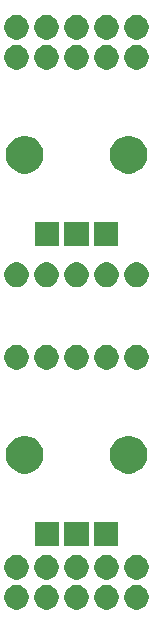
<source format=gbr>
G04 #@! TF.GenerationSoftware,KiCad,Pcbnew,(5.1.5)-3*
G04 #@! TF.CreationDate,2020-03-15T10:51:00-07:00*
G04 #@! TF.ProjectId,bbf-pots_v1,6262662d-706f-4747-935f-76312e6b6963,rev?*
G04 #@! TF.SameCoordinates,Original*
G04 #@! TF.FileFunction,Soldermask,Bot*
G04 #@! TF.FilePolarity,Negative*
%FSLAX46Y46*%
G04 Gerber Fmt 4.6, Leading zero omitted, Abs format (unit mm)*
G04 Created by KiCad (PCBNEW (5.1.5)-3) date 2020-03-15 10:51:00*
%MOMM*%
%LPD*%
G04 APERTURE LIST*
%ADD10C,0.100000*%
G04 APERTURE END LIST*
D10*
G36*
X148804865Y-128127220D02*
G01*
X148994388Y-128205723D01*
X149164954Y-128319692D01*
X149310008Y-128464746D01*
X149423977Y-128635312D01*
X149502480Y-128824835D01*
X149542500Y-129026031D01*
X149542500Y-129231169D01*
X149502480Y-129432365D01*
X149423977Y-129621888D01*
X149310008Y-129792454D01*
X149164954Y-129937508D01*
X148994388Y-130051477D01*
X148994387Y-130051478D01*
X148994386Y-130051478D01*
X148804865Y-130129980D01*
X148603670Y-130170000D01*
X148398530Y-130170000D01*
X148197335Y-130129980D01*
X148007814Y-130051478D01*
X148007813Y-130051478D01*
X148007812Y-130051477D01*
X147837246Y-129937508D01*
X147692192Y-129792454D01*
X147578223Y-129621888D01*
X147499720Y-129432365D01*
X147459700Y-129231169D01*
X147459700Y-129026031D01*
X147499720Y-128824835D01*
X147578223Y-128635312D01*
X147692192Y-128464746D01*
X147837246Y-128319692D01*
X148007812Y-128205723D01*
X148197335Y-128127220D01*
X148398530Y-128087200D01*
X148603670Y-128087200D01*
X148804865Y-128127220D01*
G37*
G36*
X146264865Y-128127220D02*
G01*
X146454388Y-128205723D01*
X146624954Y-128319692D01*
X146770008Y-128464746D01*
X146883977Y-128635312D01*
X146962480Y-128824835D01*
X147002500Y-129026031D01*
X147002500Y-129231169D01*
X146962480Y-129432365D01*
X146883977Y-129621888D01*
X146770008Y-129792454D01*
X146624954Y-129937508D01*
X146454388Y-130051477D01*
X146454387Y-130051478D01*
X146454386Y-130051478D01*
X146264865Y-130129980D01*
X146063670Y-130170000D01*
X145858530Y-130170000D01*
X145657335Y-130129980D01*
X145467814Y-130051478D01*
X145467813Y-130051478D01*
X145467812Y-130051477D01*
X145297246Y-129937508D01*
X145152192Y-129792454D01*
X145038223Y-129621888D01*
X144959720Y-129432365D01*
X144919700Y-129231169D01*
X144919700Y-129026031D01*
X144959720Y-128824835D01*
X145038223Y-128635312D01*
X145152192Y-128464746D01*
X145297246Y-128319692D01*
X145467812Y-128205723D01*
X145657335Y-128127220D01*
X145858530Y-128087200D01*
X146063670Y-128087200D01*
X146264865Y-128127220D01*
G37*
G36*
X143724865Y-128127220D02*
G01*
X143914388Y-128205723D01*
X144084954Y-128319692D01*
X144230008Y-128464746D01*
X144343977Y-128635312D01*
X144422480Y-128824835D01*
X144462500Y-129026031D01*
X144462500Y-129231169D01*
X144422480Y-129432365D01*
X144343977Y-129621888D01*
X144230008Y-129792454D01*
X144084954Y-129937508D01*
X143914388Y-130051477D01*
X143914387Y-130051478D01*
X143914386Y-130051478D01*
X143724865Y-130129980D01*
X143523670Y-130170000D01*
X143318530Y-130170000D01*
X143117335Y-130129980D01*
X142927814Y-130051478D01*
X142927813Y-130051478D01*
X142927812Y-130051477D01*
X142757246Y-129937508D01*
X142612192Y-129792454D01*
X142498223Y-129621888D01*
X142419720Y-129432365D01*
X142379700Y-129231169D01*
X142379700Y-129026031D01*
X142419720Y-128824835D01*
X142498223Y-128635312D01*
X142612192Y-128464746D01*
X142757246Y-128319692D01*
X142927812Y-128205723D01*
X143117335Y-128127220D01*
X143318530Y-128087200D01*
X143523670Y-128087200D01*
X143724865Y-128127220D01*
G37*
G36*
X153884865Y-128127220D02*
G01*
X154074388Y-128205723D01*
X154244954Y-128319692D01*
X154390008Y-128464746D01*
X154503977Y-128635312D01*
X154582480Y-128824835D01*
X154622500Y-129026031D01*
X154622500Y-129231169D01*
X154582480Y-129432365D01*
X154503977Y-129621888D01*
X154390008Y-129792454D01*
X154244954Y-129937508D01*
X154074388Y-130051477D01*
X154074387Y-130051478D01*
X154074386Y-130051478D01*
X153884865Y-130129980D01*
X153683670Y-130170000D01*
X153478530Y-130170000D01*
X153277335Y-130129980D01*
X153087814Y-130051478D01*
X153087813Y-130051478D01*
X153087812Y-130051477D01*
X152917246Y-129937508D01*
X152772192Y-129792454D01*
X152658223Y-129621888D01*
X152579720Y-129432365D01*
X152539700Y-129231169D01*
X152539700Y-129026031D01*
X152579720Y-128824835D01*
X152658223Y-128635312D01*
X152772192Y-128464746D01*
X152917246Y-128319692D01*
X153087812Y-128205723D01*
X153277335Y-128127220D01*
X153478530Y-128087200D01*
X153683670Y-128087200D01*
X153884865Y-128127220D01*
G37*
G36*
X151344865Y-128127220D02*
G01*
X151534388Y-128205723D01*
X151704954Y-128319692D01*
X151850008Y-128464746D01*
X151963977Y-128635312D01*
X152042480Y-128824835D01*
X152082500Y-129026031D01*
X152082500Y-129231169D01*
X152042480Y-129432365D01*
X151963977Y-129621888D01*
X151850008Y-129792454D01*
X151704954Y-129937508D01*
X151534388Y-130051477D01*
X151534387Y-130051478D01*
X151534386Y-130051478D01*
X151344865Y-130129980D01*
X151143670Y-130170000D01*
X150938530Y-130170000D01*
X150737335Y-130129980D01*
X150547814Y-130051478D01*
X150547813Y-130051478D01*
X150547812Y-130051477D01*
X150377246Y-129937508D01*
X150232192Y-129792454D01*
X150118223Y-129621888D01*
X150039720Y-129432365D01*
X149999700Y-129231169D01*
X149999700Y-129026031D01*
X150039720Y-128824835D01*
X150118223Y-128635312D01*
X150232192Y-128464746D01*
X150377246Y-128319692D01*
X150547812Y-128205723D01*
X150737335Y-128127220D01*
X150938530Y-128087200D01*
X151143670Y-128087200D01*
X151344865Y-128127220D01*
G37*
G36*
X153884865Y-125587220D02*
G01*
X154074388Y-125665723D01*
X154244954Y-125779692D01*
X154390008Y-125924746D01*
X154503977Y-126095312D01*
X154582480Y-126284835D01*
X154622500Y-126486031D01*
X154622500Y-126691169D01*
X154582480Y-126892365D01*
X154503977Y-127081888D01*
X154390008Y-127252454D01*
X154244954Y-127397508D01*
X154074388Y-127511477D01*
X154074387Y-127511478D01*
X154074386Y-127511478D01*
X153884865Y-127589980D01*
X153683670Y-127630000D01*
X153478530Y-127630000D01*
X153277335Y-127589980D01*
X153087814Y-127511478D01*
X153087813Y-127511478D01*
X153087812Y-127511477D01*
X152917246Y-127397508D01*
X152772192Y-127252454D01*
X152658223Y-127081888D01*
X152579720Y-126892365D01*
X152539700Y-126691169D01*
X152539700Y-126486031D01*
X152579720Y-126284835D01*
X152658223Y-126095312D01*
X152772192Y-125924746D01*
X152917246Y-125779692D01*
X153087812Y-125665723D01*
X153277335Y-125587220D01*
X153478530Y-125547200D01*
X153683670Y-125547200D01*
X153884865Y-125587220D01*
G37*
G36*
X151344865Y-125587220D02*
G01*
X151534388Y-125665723D01*
X151704954Y-125779692D01*
X151850008Y-125924746D01*
X151963977Y-126095312D01*
X152042480Y-126284835D01*
X152082500Y-126486031D01*
X152082500Y-126691169D01*
X152042480Y-126892365D01*
X151963977Y-127081888D01*
X151850008Y-127252454D01*
X151704954Y-127397508D01*
X151534388Y-127511477D01*
X151534387Y-127511478D01*
X151534386Y-127511478D01*
X151344865Y-127589980D01*
X151143670Y-127630000D01*
X150938530Y-127630000D01*
X150737335Y-127589980D01*
X150547814Y-127511478D01*
X150547813Y-127511478D01*
X150547812Y-127511477D01*
X150377246Y-127397508D01*
X150232192Y-127252454D01*
X150118223Y-127081888D01*
X150039720Y-126892365D01*
X149999700Y-126691169D01*
X149999700Y-126486031D01*
X150039720Y-126284835D01*
X150118223Y-126095312D01*
X150232192Y-125924746D01*
X150377246Y-125779692D01*
X150547812Y-125665723D01*
X150737335Y-125587220D01*
X150938530Y-125547200D01*
X151143670Y-125547200D01*
X151344865Y-125587220D01*
G37*
G36*
X148804865Y-125587220D02*
G01*
X148994388Y-125665723D01*
X149164954Y-125779692D01*
X149310008Y-125924746D01*
X149423977Y-126095312D01*
X149502480Y-126284835D01*
X149542500Y-126486031D01*
X149542500Y-126691169D01*
X149502480Y-126892365D01*
X149423977Y-127081888D01*
X149310008Y-127252454D01*
X149164954Y-127397508D01*
X148994388Y-127511477D01*
X148994387Y-127511478D01*
X148994386Y-127511478D01*
X148804865Y-127589980D01*
X148603670Y-127630000D01*
X148398530Y-127630000D01*
X148197335Y-127589980D01*
X148007814Y-127511478D01*
X148007813Y-127511478D01*
X148007812Y-127511477D01*
X147837246Y-127397508D01*
X147692192Y-127252454D01*
X147578223Y-127081888D01*
X147499720Y-126892365D01*
X147459700Y-126691169D01*
X147459700Y-126486031D01*
X147499720Y-126284835D01*
X147578223Y-126095312D01*
X147692192Y-125924746D01*
X147837246Y-125779692D01*
X148007812Y-125665723D01*
X148197335Y-125587220D01*
X148398530Y-125547200D01*
X148603670Y-125547200D01*
X148804865Y-125587220D01*
G37*
G36*
X146264865Y-125587220D02*
G01*
X146454388Y-125665723D01*
X146624954Y-125779692D01*
X146770008Y-125924746D01*
X146883977Y-126095312D01*
X146962480Y-126284835D01*
X147002500Y-126486031D01*
X147002500Y-126691169D01*
X146962480Y-126892365D01*
X146883977Y-127081888D01*
X146770008Y-127252454D01*
X146624954Y-127397508D01*
X146454388Y-127511477D01*
X146454387Y-127511478D01*
X146454386Y-127511478D01*
X146264865Y-127589980D01*
X146063670Y-127630000D01*
X145858530Y-127630000D01*
X145657335Y-127589980D01*
X145467814Y-127511478D01*
X145467813Y-127511478D01*
X145467812Y-127511477D01*
X145297246Y-127397508D01*
X145152192Y-127252454D01*
X145038223Y-127081888D01*
X144959720Y-126892365D01*
X144919700Y-126691169D01*
X144919700Y-126486031D01*
X144959720Y-126284835D01*
X145038223Y-126095312D01*
X145152192Y-125924746D01*
X145297246Y-125779692D01*
X145467812Y-125665723D01*
X145657335Y-125587220D01*
X145858530Y-125547200D01*
X146063670Y-125547200D01*
X146264865Y-125587220D01*
G37*
G36*
X143724865Y-125587220D02*
G01*
X143914388Y-125665723D01*
X144084954Y-125779692D01*
X144230008Y-125924746D01*
X144343977Y-126095312D01*
X144422480Y-126284835D01*
X144462500Y-126486031D01*
X144462500Y-126691169D01*
X144422480Y-126892365D01*
X144343977Y-127081888D01*
X144230008Y-127252454D01*
X144084954Y-127397508D01*
X143914388Y-127511477D01*
X143914387Y-127511478D01*
X143914386Y-127511478D01*
X143724865Y-127589980D01*
X143523670Y-127630000D01*
X143318530Y-127630000D01*
X143117335Y-127589980D01*
X142927814Y-127511478D01*
X142927813Y-127511478D01*
X142927812Y-127511477D01*
X142757246Y-127397508D01*
X142612192Y-127252454D01*
X142498223Y-127081888D01*
X142419720Y-126892365D01*
X142379700Y-126691169D01*
X142379700Y-126486031D01*
X142419720Y-126284835D01*
X142498223Y-126095312D01*
X142612192Y-125924746D01*
X142757246Y-125779692D01*
X142927812Y-125665723D01*
X143117335Y-125587220D01*
X143318530Y-125547200D01*
X143523670Y-125547200D01*
X143724865Y-125587220D01*
G37*
G36*
X149542500Y-124805000D02*
G01*
X147459700Y-124805000D01*
X147459700Y-122722200D01*
X149542500Y-122722200D01*
X149542500Y-124805000D01*
G37*
G36*
X147042500Y-124805000D02*
G01*
X144959700Y-124805000D01*
X144959700Y-122722200D01*
X147042500Y-122722200D01*
X147042500Y-124805000D01*
G37*
G36*
X152042500Y-124805000D02*
G01*
X149959700Y-124805000D01*
X149959700Y-122722200D01*
X152042500Y-122722200D01*
X152042500Y-124805000D01*
G37*
G36*
X144568268Y-115523548D02*
G01*
X144859740Y-115644280D01*
X144859742Y-115644281D01*
X145122060Y-115819556D01*
X145345144Y-116042640D01*
X145520420Y-116304960D01*
X145641152Y-116596432D01*
X145702700Y-116905855D01*
X145702700Y-117221345D01*
X145641152Y-117530768D01*
X145520420Y-117822240D01*
X145520419Y-117822242D01*
X145345144Y-118084560D01*
X145122060Y-118307644D01*
X144859742Y-118482919D01*
X144859741Y-118482920D01*
X144859740Y-118482920D01*
X144568268Y-118603652D01*
X144258845Y-118665200D01*
X143943355Y-118665200D01*
X143633932Y-118603652D01*
X143342460Y-118482920D01*
X143342459Y-118482920D01*
X143342458Y-118482919D01*
X143080140Y-118307644D01*
X142857056Y-118084560D01*
X142681781Y-117822242D01*
X142681780Y-117822240D01*
X142561048Y-117530768D01*
X142499500Y-117221345D01*
X142499500Y-116905855D01*
X142561048Y-116596432D01*
X142681780Y-116304960D01*
X142857056Y-116042640D01*
X143080140Y-115819556D01*
X143342458Y-115644281D01*
X143342460Y-115644280D01*
X143633932Y-115523548D01*
X143943355Y-115462000D01*
X144258845Y-115462000D01*
X144568268Y-115523548D01*
G37*
G36*
X153368268Y-115523548D02*
G01*
X153659740Y-115644280D01*
X153659742Y-115644281D01*
X153922060Y-115819556D01*
X154145144Y-116042640D01*
X154320420Y-116304960D01*
X154441152Y-116596432D01*
X154502700Y-116905855D01*
X154502700Y-117221345D01*
X154441152Y-117530768D01*
X154320420Y-117822240D01*
X154320419Y-117822242D01*
X154145144Y-118084560D01*
X153922060Y-118307644D01*
X153659742Y-118482919D01*
X153659741Y-118482920D01*
X153659740Y-118482920D01*
X153368268Y-118603652D01*
X153058845Y-118665200D01*
X152743355Y-118665200D01*
X152433932Y-118603652D01*
X152142460Y-118482920D01*
X152142459Y-118482920D01*
X152142458Y-118482919D01*
X151880140Y-118307644D01*
X151657056Y-118084560D01*
X151481781Y-117822242D01*
X151481780Y-117822240D01*
X151361048Y-117530768D01*
X151299500Y-117221345D01*
X151299500Y-116905855D01*
X151361048Y-116596432D01*
X151481780Y-116304960D01*
X151657056Y-116042640D01*
X151880140Y-115819556D01*
X152142458Y-115644281D01*
X152142460Y-115644280D01*
X152433932Y-115523548D01*
X152743355Y-115462000D01*
X153058845Y-115462000D01*
X153368268Y-115523548D01*
G37*
G36*
X143724865Y-107807220D02*
G01*
X143914388Y-107885723D01*
X144084954Y-107999692D01*
X144230008Y-108144746D01*
X144343977Y-108315312D01*
X144422480Y-108504835D01*
X144462500Y-108706031D01*
X144462500Y-108911169D01*
X144422480Y-109112365D01*
X144343977Y-109301888D01*
X144230008Y-109472454D01*
X144084954Y-109617508D01*
X143914388Y-109731477D01*
X143914387Y-109731478D01*
X143914386Y-109731478D01*
X143724865Y-109809980D01*
X143523670Y-109850000D01*
X143318530Y-109850000D01*
X143117335Y-109809980D01*
X142927814Y-109731478D01*
X142927813Y-109731478D01*
X142927812Y-109731477D01*
X142757246Y-109617508D01*
X142612192Y-109472454D01*
X142498223Y-109301888D01*
X142419720Y-109112365D01*
X142379700Y-108911169D01*
X142379700Y-108706031D01*
X142419720Y-108504835D01*
X142498223Y-108315312D01*
X142612192Y-108144746D01*
X142757246Y-107999692D01*
X142927812Y-107885723D01*
X143117335Y-107807220D01*
X143318530Y-107767200D01*
X143523670Y-107767200D01*
X143724865Y-107807220D01*
G37*
G36*
X153884865Y-107807220D02*
G01*
X154074388Y-107885723D01*
X154244954Y-107999692D01*
X154390008Y-108144746D01*
X154503977Y-108315312D01*
X154582480Y-108504835D01*
X154622500Y-108706031D01*
X154622500Y-108911169D01*
X154582480Y-109112365D01*
X154503977Y-109301888D01*
X154390008Y-109472454D01*
X154244954Y-109617508D01*
X154074388Y-109731477D01*
X154074387Y-109731478D01*
X154074386Y-109731478D01*
X153884865Y-109809980D01*
X153683670Y-109850000D01*
X153478530Y-109850000D01*
X153277335Y-109809980D01*
X153087814Y-109731478D01*
X153087813Y-109731478D01*
X153087812Y-109731477D01*
X152917246Y-109617508D01*
X152772192Y-109472454D01*
X152658223Y-109301888D01*
X152579720Y-109112365D01*
X152539700Y-108911169D01*
X152539700Y-108706031D01*
X152579720Y-108504835D01*
X152658223Y-108315312D01*
X152772192Y-108144746D01*
X152917246Y-107999692D01*
X153087812Y-107885723D01*
X153277335Y-107807220D01*
X153478530Y-107767200D01*
X153683670Y-107767200D01*
X153884865Y-107807220D01*
G37*
G36*
X151344865Y-107807220D02*
G01*
X151534388Y-107885723D01*
X151704954Y-107999692D01*
X151850008Y-108144746D01*
X151963977Y-108315312D01*
X152042480Y-108504835D01*
X152082500Y-108706031D01*
X152082500Y-108911169D01*
X152042480Y-109112365D01*
X151963977Y-109301888D01*
X151850008Y-109472454D01*
X151704954Y-109617508D01*
X151534388Y-109731477D01*
X151534387Y-109731478D01*
X151534386Y-109731478D01*
X151344865Y-109809980D01*
X151143670Y-109850000D01*
X150938530Y-109850000D01*
X150737335Y-109809980D01*
X150547814Y-109731478D01*
X150547813Y-109731478D01*
X150547812Y-109731477D01*
X150377246Y-109617508D01*
X150232192Y-109472454D01*
X150118223Y-109301888D01*
X150039720Y-109112365D01*
X149999700Y-108911169D01*
X149999700Y-108706031D01*
X150039720Y-108504835D01*
X150118223Y-108315312D01*
X150232192Y-108144746D01*
X150377246Y-107999692D01*
X150547812Y-107885723D01*
X150737335Y-107807220D01*
X150938530Y-107767200D01*
X151143670Y-107767200D01*
X151344865Y-107807220D01*
G37*
G36*
X148804865Y-107807220D02*
G01*
X148994388Y-107885723D01*
X149164954Y-107999692D01*
X149310008Y-108144746D01*
X149423977Y-108315312D01*
X149502480Y-108504835D01*
X149542500Y-108706031D01*
X149542500Y-108911169D01*
X149502480Y-109112365D01*
X149423977Y-109301888D01*
X149310008Y-109472454D01*
X149164954Y-109617508D01*
X148994388Y-109731477D01*
X148994387Y-109731478D01*
X148994386Y-109731478D01*
X148804865Y-109809980D01*
X148603670Y-109850000D01*
X148398530Y-109850000D01*
X148197335Y-109809980D01*
X148007814Y-109731478D01*
X148007813Y-109731478D01*
X148007812Y-109731477D01*
X147837246Y-109617508D01*
X147692192Y-109472454D01*
X147578223Y-109301888D01*
X147499720Y-109112365D01*
X147459700Y-108911169D01*
X147459700Y-108706031D01*
X147499720Y-108504835D01*
X147578223Y-108315312D01*
X147692192Y-108144746D01*
X147837246Y-107999692D01*
X148007812Y-107885723D01*
X148197335Y-107807220D01*
X148398530Y-107767200D01*
X148603670Y-107767200D01*
X148804865Y-107807220D01*
G37*
G36*
X146264865Y-107807220D02*
G01*
X146454388Y-107885723D01*
X146624954Y-107999692D01*
X146770008Y-108144746D01*
X146883977Y-108315312D01*
X146962480Y-108504835D01*
X147002500Y-108706031D01*
X147002500Y-108911169D01*
X146962480Y-109112365D01*
X146883977Y-109301888D01*
X146770008Y-109472454D01*
X146624954Y-109617508D01*
X146454388Y-109731477D01*
X146454387Y-109731478D01*
X146454386Y-109731478D01*
X146264865Y-109809980D01*
X146063670Y-109850000D01*
X145858530Y-109850000D01*
X145657335Y-109809980D01*
X145467814Y-109731478D01*
X145467813Y-109731478D01*
X145467812Y-109731477D01*
X145297246Y-109617508D01*
X145152192Y-109472454D01*
X145038223Y-109301888D01*
X144959720Y-109112365D01*
X144919700Y-108911169D01*
X144919700Y-108706031D01*
X144959720Y-108504835D01*
X145038223Y-108315312D01*
X145152192Y-108144746D01*
X145297246Y-107999692D01*
X145467812Y-107885723D01*
X145657335Y-107807220D01*
X145858530Y-107767200D01*
X146063670Y-107767200D01*
X146264865Y-107807220D01*
G37*
G36*
X143724865Y-100822220D02*
G01*
X143914388Y-100900723D01*
X144084954Y-101014692D01*
X144230008Y-101159746D01*
X144343977Y-101330312D01*
X144422480Y-101519835D01*
X144462500Y-101721031D01*
X144462500Y-101926169D01*
X144422480Y-102127365D01*
X144343977Y-102316888D01*
X144230008Y-102487454D01*
X144084954Y-102632508D01*
X143914388Y-102746477D01*
X143914387Y-102746478D01*
X143914386Y-102746478D01*
X143724865Y-102824980D01*
X143523670Y-102865000D01*
X143318530Y-102865000D01*
X143117335Y-102824980D01*
X142927814Y-102746478D01*
X142927813Y-102746478D01*
X142927812Y-102746477D01*
X142757246Y-102632508D01*
X142612192Y-102487454D01*
X142498223Y-102316888D01*
X142419720Y-102127365D01*
X142379700Y-101926169D01*
X142379700Y-101721031D01*
X142419720Y-101519835D01*
X142498223Y-101330312D01*
X142612192Y-101159746D01*
X142757246Y-101014692D01*
X142927812Y-100900723D01*
X143117335Y-100822220D01*
X143318530Y-100782200D01*
X143523670Y-100782200D01*
X143724865Y-100822220D01*
G37*
G36*
X146264865Y-100822220D02*
G01*
X146454388Y-100900723D01*
X146624954Y-101014692D01*
X146770008Y-101159746D01*
X146883977Y-101330312D01*
X146962480Y-101519835D01*
X147002500Y-101721031D01*
X147002500Y-101926169D01*
X146962480Y-102127365D01*
X146883977Y-102316888D01*
X146770008Y-102487454D01*
X146624954Y-102632508D01*
X146454388Y-102746477D01*
X146454387Y-102746478D01*
X146454386Y-102746478D01*
X146264865Y-102824980D01*
X146063670Y-102865000D01*
X145858530Y-102865000D01*
X145657335Y-102824980D01*
X145467814Y-102746478D01*
X145467813Y-102746478D01*
X145467812Y-102746477D01*
X145297246Y-102632508D01*
X145152192Y-102487454D01*
X145038223Y-102316888D01*
X144959720Y-102127365D01*
X144919700Y-101926169D01*
X144919700Y-101721031D01*
X144959720Y-101519835D01*
X145038223Y-101330312D01*
X145152192Y-101159746D01*
X145297246Y-101014692D01*
X145467812Y-100900723D01*
X145657335Y-100822220D01*
X145858530Y-100782200D01*
X146063670Y-100782200D01*
X146264865Y-100822220D01*
G37*
G36*
X148804865Y-100822220D02*
G01*
X148994388Y-100900723D01*
X149164954Y-101014692D01*
X149310008Y-101159746D01*
X149423977Y-101330312D01*
X149502480Y-101519835D01*
X149542500Y-101721031D01*
X149542500Y-101926169D01*
X149502480Y-102127365D01*
X149423977Y-102316888D01*
X149310008Y-102487454D01*
X149164954Y-102632508D01*
X148994388Y-102746477D01*
X148994387Y-102746478D01*
X148994386Y-102746478D01*
X148804865Y-102824980D01*
X148603670Y-102865000D01*
X148398530Y-102865000D01*
X148197335Y-102824980D01*
X148007814Y-102746478D01*
X148007813Y-102746478D01*
X148007812Y-102746477D01*
X147837246Y-102632508D01*
X147692192Y-102487454D01*
X147578223Y-102316888D01*
X147499720Y-102127365D01*
X147459700Y-101926169D01*
X147459700Y-101721031D01*
X147499720Y-101519835D01*
X147578223Y-101330312D01*
X147692192Y-101159746D01*
X147837246Y-101014692D01*
X148007812Y-100900723D01*
X148197335Y-100822220D01*
X148398530Y-100782200D01*
X148603670Y-100782200D01*
X148804865Y-100822220D01*
G37*
G36*
X153884865Y-100822220D02*
G01*
X154074388Y-100900723D01*
X154244954Y-101014692D01*
X154390008Y-101159746D01*
X154503977Y-101330312D01*
X154582480Y-101519835D01*
X154622500Y-101721031D01*
X154622500Y-101926169D01*
X154582480Y-102127365D01*
X154503977Y-102316888D01*
X154390008Y-102487454D01*
X154244954Y-102632508D01*
X154074388Y-102746477D01*
X154074387Y-102746478D01*
X154074386Y-102746478D01*
X153884865Y-102824980D01*
X153683670Y-102865000D01*
X153478530Y-102865000D01*
X153277335Y-102824980D01*
X153087814Y-102746478D01*
X153087813Y-102746478D01*
X153087812Y-102746477D01*
X152917246Y-102632508D01*
X152772192Y-102487454D01*
X152658223Y-102316888D01*
X152579720Y-102127365D01*
X152539700Y-101926169D01*
X152539700Y-101721031D01*
X152579720Y-101519835D01*
X152658223Y-101330312D01*
X152772192Y-101159746D01*
X152917246Y-101014692D01*
X153087812Y-100900723D01*
X153277335Y-100822220D01*
X153478530Y-100782200D01*
X153683670Y-100782200D01*
X153884865Y-100822220D01*
G37*
G36*
X151344865Y-100822220D02*
G01*
X151534388Y-100900723D01*
X151704954Y-101014692D01*
X151850008Y-101159746D01*
X151963977Y-101330312D01*
X152042480Y-101519835D01*
X152082500Y-101721031D01*
X152082500Y-101926169D01*
X152042480Y-102127365D01*
X151963977Y-102316888D01*
X151850008Y-102487454D01*
X151704954Y-102632508D01*
X151534388Y-102746477D01*
X151534387Y-102746478D01*
X151534386Y-102746478D01*
X151344865Y-102824980D01*
X151143670Y-102865000D01*
X150938530Y-102865000D01*
X150737335Y-102824980D01*
X150547814Y-102746478D01*
X150547813Y-102746478D01*
X150547812Y-102746477D01*
X150377246Y-102632508D01*
X150232192Y-102487454D01*
X150118223Y-102316888D01*
X150039720Y-102127365D01*
X149999700Y-101926169D01*
X149999700Y-101721031D01*
X150039720Y-101519835D01*
X150118223Y-101330312D01*
X150232192Y-101159746D01*
X150377246Y-101014692D01*
X150547812Y-100900723D01*
X150737335Y-100822220D01*
X150938530Y-100782200D01*
X151143670Y-100782200D01*
X151344865Y-100822220D01*
G37*
G36*
X147042500Y-99405000D02*
G01*
X144959700Y-99405000D01*
X144959700Y-97322200D01*
X147042500Y-97322200D01*
X147042500Y-99405000D01*
G37*
G36*
X152042500Y-99405000D02*
G01*
X149959700Y-99405000D01*
X149959700Y-97322200D01*
X152042500Y-97322200D01*
X152042500Y-99405000D01*
G37*
G36*
X149542500Y-99405000D02*
G01*
X147459700Y-99405000D01*
X147459700Y-97322200D01*
X149542500Y-97322200D01*
X149542500Y-99405000D01*
G37*
G36*
X153368268Y-90123548D02*
G01*
X153659740Y-90244280D01*
X153659742Y-90244281D01*
X153922060Y-90419556D01*
X154145144Y-90642640D01*
X154320420Y-90904960D01*
X154441152Y-91196432D01*
X154502700Y-91505855D01*
X154502700Y-91821345D01*
X154441152Y-92130768D01*
X154320420Y-92422240D01*
X154320419Y-92422242D01*
X154145144Y-92684560D01*
X153922060Y-92907644D01*
X153659742Y-93082919D01*
X153659741Y-93082920D01*
X153659740Y-93082920D01*
X153368268Y-93203652D01*
X153058845Y-93265200D01*
X152743355Y-93265200D01*
X152433932Y-93203652D01*
X152142460Y-93082920D01*
X152142459Y-93082920D01*
X152142458Y-93082919D01*
X151880140Y-92907644D01*
X151657056Y-92684560D01*
X151481781Y-92422242D01*
X151481780Y-92422240D01*
X151361048Y-92130768D01*
X151299500Y-91821345D01*
X151299500Y-91505855D01*
X151361048Y-91196432D01*
X151481780Y-90904960D01*
X151657056Y-90642640D01*
X151880140Y-90419556D01*
X152142458Y-90244281D01*
X152142460Y-90244280D01*
X152433932Y-90123548D01*
X152743355Y-90062000D01*
X153058845Y-90062000D01*
X153368268Y-90123548D01*
G37*
G36*
X144568268Y-90123548D02*
G01*
X144859740Y-90244280D01*
X144859742Y-90244281D01*
X145122060Y-90419556D01*
X145345144Y-90642640D01*
X145520420Y-90904960D01*
X145641152Y-91196432D01*
X145702700Y-91505855D01*
X145702700Y-91821345D01*
X145641152Y-92130768D01*
X145520420Y-92422240D01*
X145520419Y-92422242D01*
X145345144Y-92684560D01*
X145122060Y-92907644D01*
X144859742Y-93082919D01*
X144859741Y-93082920D01*
X144859740Y-93082920D01*
X144568268Y-93203652D01*
X144258845Y-93265200D01*
X143943355Y-93265200D01*
X143633932Y-93203652D01*
X143342460Y-93082920D01*
X143342459Y-93082920D01*
X143342458Y-93082919D01*
X143080140Y-92907644D01*
X142857056Y-92684560D01*
X142681781Y-92422242D01*
X142681780Y-92422240D01*
X142561048Y-92130768D01*
X142499500Y-91821345D01*
X142499500Y-91505855D01*
X142561048Y-91196432D01*
X142681780Y-90904960D01*
X142857056Y-90642640D01*
X143080140Y-90419556D01*
X143342458Y-90244281D01*
X143342460Y-90244280D01*
X143633932Y-90123548D01*
X143943355Y-90062000D01*
X144258845Y-90062000D01*
X144568268Y-90123548D01*
G37*
G36*
X151344865Y-82407220D02*
G01*
X151534388Y-82485723D01*
X151704954Y-82599692D01*
X151850008Y-82744746D01*
X151963977Y-82915312D01*
X152042480Y-83104835D01*
X152082500Y-83306031D01*
X152082500Y-83511169D01*
X152042480Y-83712365D01*
X151963977Y-83901888D01*
X151850008Y-84072454D01*
X151704954Y-84217508D01*
X151534388Y-84331477D01*
X151534387Y-84331478D01*
X151534386Y-84331478D01*
X151344865Y-84409980D01*
X151143670Y-84450000D01*
X150938530Y-84450000D01*
X150737335Y-84409980D01*
X150547814Y-84331478D01*
X150547813Y-84331478D01*
X150547812Y-84331477D01*
X150377246Y-84217508D01*
X150232192Y-84072454D01*
X150118223Y-83901888D01*
X150039720Y-83712365D01*
X149999700Y-83511169D01*
X149999700Y-83306031D01*
X150039720Y-83104835D01*
X150118223Y-82915312D01*
X150232192Y-82744746D01*
X150377246Y-82599692D01*
X150547812Y-82485723D01*
X150737335Y-82407220D01*
X150938530Y-82367200D01*
X151143670Y-82367200D01*
X151344865Y-82407220D01*
G37*
G36*
X143724865Y-82407220D02*
G01*
X143914388Y-82485723D01*
X144084954Y-82599692D01*
X144230008Y-82744746D01*
X144343977Y-82915312D01*
X144422480Y-83104835D01*
X144462500Y-83306031D01*
X144462500Y-83511169D01*
X144422480Y-83712365D01*
X144343977Y-83901888D01*
X144230008Y-84072454D01*
X144084954Y-84217508D01*
X143914388Y-84331477D01*
X143914387Y-84331478D01*
X143914386Y-84331478D01*
X143724865Y-84409980D01*
X143523670Y-84450000D01*
X143318530Y-84450000D01*
X143117335Y-84409980D01*
X142927814Y-84331478D01*
X142927813Y-84331478D01*
X142927812Y-84331477D01*
X142757246Y-84217508D01*
X142612192Y-84072454D01*
X142498223Y-83901888D01*
X142419720Y-83712365D01*
X142379700Y-83511169D01*
X142379700Y-83306031D01*
X142419720Y-83104835D01*
X142498223Y-82915312D01*
X142612192Y-82744746D01*
X142757246Y-82599692D01*
X142927812Y-82485723D01*
X143117335Y-82407220D01*
X143318530Y-82367200D01*
X143523670Y-82367200D01*
X143724865Y-82407220D01*
G37*
G36*
X146264865Y-82407220D02*
G01*
X146454388Y-82485723D01*
X146624954Y-82599692D01*
X146770008Y-82744746D01*
X146883977Y-82915312D01*
X146962480Y-83104835D01*
X147002500Y-83306031D01*
X147002500Y-83511169D01*
X146962480Y-83712365D01*
X146883977Y-83901888D01*
X146770008Y-84072454D01*
X146624954Y-84217508D01*
X146454388Y-84331477D01*
X146454387Y-84331478D01*
X146454386Y-84331478D01*
X146264865Y-84409980D01*
X146063670Y-84450000D01*
X145858530Y-84450000D01*
X145657335Y-84409980D01*
X145467814Y-84331478D01*
X145467813Y-84331478D01*
X145467812Y-84331477D01*
X145297246Y-84217508D01*
X145152192Y-84072454D01*
X145038223Y-83901888D01*
X144959720Y-83712365D01*
X144919700Y-83511169D01*
X144919700Y-83306031D01*
X144959720Y-83104835D01*
X145038223Y-82915312D01*
X145152192Y-82744746D01*
X145297246Y-82599692D01*
X145467812Y-82485723D01*
X145657335Y-82407220D01*
X145858530Y-82367200D01*
X146063670Y-82367200D01*
X146264865Y-82407220D01*
G37*
G36*
X148804865Y-82407220D02*
G01*
X148994388Y-82485723D01*
X149164954Y-82599692D01*
X149310008Y-82744746D01*
X149423977Y-82915312D01*
X149502480Y-83104835D01*
X149542500Y-83306031D01*
X149542500Y-83511169D01*
X149502480Y-83712365D01*
X149423977Y-83901888D01*
X149310008Y-84072454D01*
X149164954Y-84217508D01*
X148994388Y-84331477D01*
X148994387Y-84331478D01*
X148994386Y-84331478D01*
X148804865Y-84409980D01*
X148603670Y-84450000D01*
X148398530Y-84450000D01*
X148197335Y-84409980D01*
X148007814Y-84331478D01*
X148007813Y-84331478D01*
X148007812Y-84331477D01*
X147837246Y-84217508D01*
X147692192Y-84072454D01*
X147578223Y-83901888D01*
X147499720Y-83712365D01*
X147459700Y-83511169D01*
X147459700Y-83306031D01*
X147499720Y-83104835D01*
X147578223Y-82915312D01*
X147692192Y-82744746D01*
X147837246Y-82599692D01*
X148007812Y-82485723D01*
X148197335Y-82407220D01*
X148398530Y-82367200D01*
X148603670Y-82367200D01*
X148804865Y-82407220D01*
G37*
G36*
X153884865Y-82407220D02*
G01*
X154074388Y-82485723D01*
X154244954Y-82599692D01*
X154390008Y-82744746D01*
X154503977Y-82915312D01*
X154582480Y-83104835D01*
X154622500Y-83306031D01*
X154622500Y-83511169D01*
X154582480Y-83712365D01*
X154503977Y-83901888D01*
X154390008Y-84072454D01*
X154244954Y-84217508D01*
X154074388Y-84331477D01*
X154074387Y-84331478D01*
X154074386Y-84331478D01*
X153884865Y-84409980D01*
X153683670Y-84450000D01*
X153478530Y-84450000D01*
X153277335Y-84409980D01*
X153087814Y-84331478D01*
X153087813Y-84331478D01*
X153087812Y-84331477D01*
X152917246Y-84217508D01*
X152772192Y-84072454D01*
X152658223Y-83901888D01*
X152579720Y-83712365D01*
X152539700Y-83511169D01*
X152539700Y-83306031D01*
X152579720Y-83104835D01*
X152658223Y-82915312D01*
X152772192Y-82744746D01*
X152917246Y-82599692D01*
X153087812Y-82485723D01*
X153277335Y-82407220D01*
X153478530Y-82367200D01*
X153683670Y-82367200D01*
X153884865Y-82407220D01*
G37*
G36*
X148804865Y-79867220D02*
G01*
X148994388Y-79945723D01*
X149164954Y-80059692D01*
X149310008Y-80204746D01*
X149423977Y-80375312D01*
X149502480Y-80564835D01*
X149542500Y-80766031D01*
X149542500Y-80971169D01*
X149502480Y-81172365D01*
X149423977Y-81361888D01*
X149310008Y-81532454D01*
X149164954Y-81677508D01*
X148994388Y-81791477D01*
X148994387Y-81791478D01*
X148994386Y-81791478D01*
X148804865Y-81869980D01*
X148603670Y-81910000D01*
X148398530Y-81910000D01*
X148197335Y-81869980D01*
X148007814Y-81791478D01*
X148007813Y-81791478D01*
X148007812Y-81791477D01*
X147837246Y-81677508D01*
X147692192Y-81532454D01*
X147578223Y-81361888D01*
X147499720Y-81172365D01*
X147459700Y-80971169D01*
X147459700Y-80766031D01*
X147499720Y-80564835D01*
X147578223Y-80375312D01*
X147692192Y-80204746D01*
X147837246Y-80059692D01*
X148007812Y-79945723D01*
X148197335Y-79867220D01*
X148398530Y-79827200D01*
X148603670Y-79827200D01*
X148804865Y-79867220D01*
G37*
G36*
X146264865Y-79867220D02*
G01*
X146454388Y-79945723D01*
X146624954Y-80059692D01*
X146770008Y-80204746D01*
X146883977Y-80375312D01*
X146962480Y-80564835D01*
X147002500Y-80766031D01*
X147002500Y-80971169D01*
X146962480Y-81172365D01*
X146883977Y-81361888D01*
X146770008Y-81532454D01*
X146624954Y-81677508D01*
X146454388Y-81791477D01*
X146454387Y-81791478D01*
X146454386Y-81791478D01*
X146264865Y-81869980D01*
X146063670Y-81910000D01*
X145858530Y-81910000D01*
X145657335Y-81869980D01*
X145467814Y-81791478D01*
X145467813Y-81791478D01*
X145467812Y-81791477D01*
X145297246Y-81677508D01*
X145152192Y-81532454D01*
X145038223Y-81361888D01*
X144959720Y-81172365D01*
X144919700Y-80971169D01*
X144919700Y-80766031D01*
X144959720Y-80564835D01*
X145038223Y-80375312D01*
X145152192Y-80204746D01*
X145297246Y-80059692D01*
X145467812Y-79945723D01*
X145657335Y-79867220D01*
X145858530Y-79827200D01*
X146063670Y-79827200D01*
X146264865Y-79867220D01*
G37*
G36*
X143724865Y-79867220D02*
G01*
X143914388Y-79945723D01*
X144084954Y-80059692D01*
X144230008Y-80204746D01*
X144343977Y-80375312D01*
X144422480Y-80564835D01*
X144462500Y-80766031D01*
X144462500Y-80971169D01*
X144422480Y-81172365D01*
X144343977Y-81361888D01*
X144230008Y-81532454D01*
X144084954Y-81677508D01*
X143914388Y-81791477D01*
X143914387Y-81791478D01*
X143914386Y-81791478D01*
X143724865Y-81869980D01*
X143523670Y-81910000D01*
X143318530Y-81910000D01*
X143117335Y-81869980D01*
X142927814Y-81791478D01*
X142927813Y-81791478D01*
X142927812Y-81791477D01*
X142757246Y-81677508D01*
X142612192Y-81532454D01*
X142498223Y-81361888D01*
X142419720Y-81172365D01*
X142379700Y-80971169D01*
X142379700Y-80766031D01*
X142419720Y-80564835D01*
X142498223Y-80375312D01*
X142612192Y-80204746D01*
X142757246Y-80059692D01*
X142927812Y-79945723D01*
X143117335Y-79867220D01*
X143318530Y-79827200D01*
X143523670Y-79827200D01*
X143724865Y-79867220D01*
G37*
G36*
X153884865Y-79867220D02*
G01*
X154074388Y-79945723D01*
X154244954Y-80059692D01*
X154390008Y-80204746D01*
X154503977Y-80375312D01*
X154582480Y-80564835D01*
X154622500Y-80766031D01*
X154622500Y-80971169D01*
X154582480Y-81172365D01*
X154503977Y-81361888D01*
X154390008Y-81532454D01*
X154244954Y-81677508D01*
X154074388Y-81791477D01*
X154074387Y-81791478D01*
X154074386Y-81791478D01*
X153884865Y-81869980D01*
X153683670Y-81910000D01*
X153478530Y-81910000D01*
X153277335Y-81869980D01*
X153087814Y-81791478D01*
X153087813Y-81791478D01*
X153087812Y-81791477D01*
X152917246Y-81677508D01*
X152772192Y-81532454D01*
X152658223Y-81361888D01*
X152579720Y-81172365D01*
X152539700Y-80971169D01*
X152539700Y-80766031D01*
X152579720Y-80564835D01*
X152658223Y-80375312D01*
X152772192Y-80204746D01*
X152917246Y-80059692D01*
X153087812Y-79945723D01*
X153277335Y-79867220D01*
X153478530Y-79827200D01*
X153683670Y-79827200D01*
X153884865Y-79867220D01*
G37*
G36*
X151344865Y-79867220D02*
G01*
X151534388Y-79945723D01*
X151704954Y-80059692D01*
X151850008Y-80204746D01*
X151963977Y-80375312D01*
X152042480Y-80564835D01*
X152082500Y-80766031D01*
X152082500Y-80971169D01*
X152042480Y-81172365D01*
X151963977Y-81361888D01*
X151850008Y-81532454D01*
X151704954Y-81677508D01*
X151534388Y-81791477D01*
X151534387Y-81791478D01*
X151534386Y-81791478D01*
X151344865Y-81869980D01*
X151143670Y-81910000D01*
X150938530Y-81910000D01*
X150737335Y-81869980D01*
X150547814Y-81791478D01*
X150547813Y-81791478D01*
X150547812Y-81791477D01*
X150377246Y-81677508D01*
X150232192Y-81532454D01*
X150118223Y-81361888D01*
X150039720Y-81172365D01*
X149999700Y-80971169D01*
X149999700Y-80766031D01*
X150039720Y-80564835D01*
X150118223Y-80375312D01*
X150232192Y-80204746D01*
X150377246Y-80059692D01*
X150547812Y-79945723D01*
X150737335Y-79867220D01*
X150938530Y-79827200D01*
X151143670Y-79827200D01*
X151344865Y-79867220D01*
G37*
M02*

</source>
